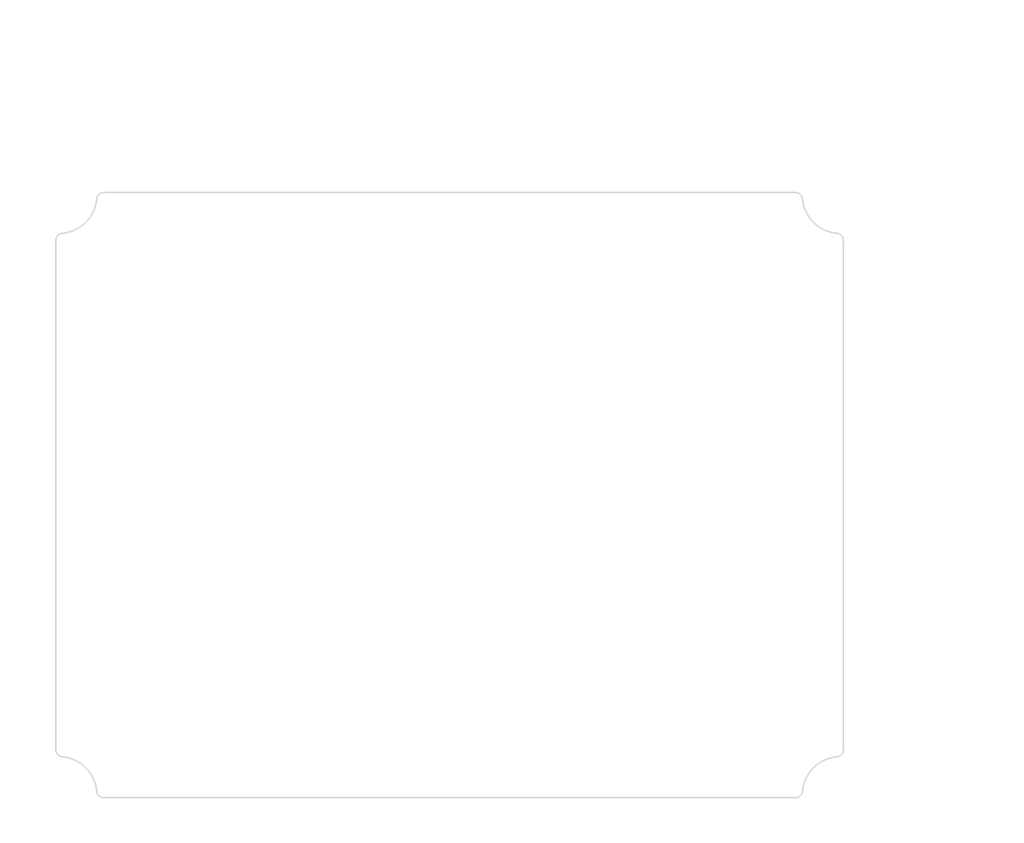
<source format=kicad_pcb>
(kicad_pcb (version 20171130) (host pcbnew "(5.1.0)-1")

  (general
    (thickness 1.6)
    (drawings 48)
    (tracks 0)
    (zones 0)
    (modules 0)
    (nets 1)
  )

  (page A4)
  (layers
    (0 F.Cu signal)
    (31 B.Cu signal)
    (32 B.Adhes user)
    (33 F.Adhes user)
    (34 B.Paste user)
    (35 F.Paste user)
    (36 B.SilkS user)
    (37 F.SilkS user)
    (38 B.Mask user)
    (39 F.Mask user)
    (40 Dwgs.User user)
    (41 Cmts.User user)
    (42 Eco1.User user)
    (43 Eco2.User user)
    (44 Edge.Cuts user)
    (45 Margin user)
    (46 B.CrtYd user)
    (47 F.CrtYd user)
    (48 B.Fab user)
    (49 F.Fab user)
  )

  (setup
    (last_trace_width 0.25)
    (trace_clearance 0.2)
    (zone_clearance 0.508)
    (zone_45_only no)
    (trace_min 0.2)
    (via_size 0.8)
    (via_drill 0.4)
    (via_min_size 0.4)
    (via_min_drill 0.3)
    (uvia_size 0.3)
    (uvia_drill 0.1)
    (uvias_allowed no)
    (uvia_min_size 0.2)
    (uvia_min_drill 0.1)
    (edge_width 0.05)
    (segment_width 0.2)
    (pcb_text_width 0.3)
    (pcb_text_size 1.5 1.5)
    (mod_edge_width 0.12)
    (mod_text_size 1 1)
    (mod_text_width 0.15)
    (pad_size 1.524 1.524)
    (pad_drill 0.762)
    (pad_to_mask_clearance 0.051)
    (solder_mask_min_width 0.25)
    (aux_axis_origin 0 0)
    (visible_elements FFFFFF7F)
    (pcbplotparams
      (layerselection 0x010fc_ffffffff)
      (usegerberextensions false)
      (usegerberattributes false)
      (usegerberadvancedattributes false)
      (creategerberjobfile false)
      (excludeedgelayer true)
      (linewidth 0.152400)
      (plotframeref false)
      (viasonmask false)
      (mode 1)
      (useauxorigin false)
      (hpglpennumber 1)
      (hpglpenspeed 20)
      (hpglpendiameter 15.000000)
      (psnegative false)
      (psa4output false)
      (plotreference true)
      (plotvalue true)
      (plotinvisibletext false)
      (padsonsilk false)
      (subtractmaskfromsilk false)
      (outputformat 1)
      (mirror false)
      (drillshape 1)
      (scaleselection 1)
      (outputdirectory ""))
  )

  (net 0 "")

  (net_class Default "This is the default net class."
    (clearance 0.2)
    (trace_width 0.25)
    (via_dia 0.8)
    (via_drill 0.4)
    (uvia_dia 0.3)
    (uvia_drill 0.1)
  )

  (gr_line (start 191.892968 57.851333) (end 95.004475 57.851333) (layer Edge.Cuts) (width 0.2))
  (gr_line (start 88.281333 64.574475) (end 88.281333 135.962967) (layer Edge.Cuts) (width 0.2))
  (gr_line (start 95.004475 142.68611) (end 191.892968 142.68611) (layer Edge.Cuts) (width 0.2))
  (gr_line (start 198.61611 135.962967) (end 198.61611 64.574475) (layer Edge.Cuts) (width 0.2))
  (gr_arc (start 88.698722 142.268721) (end 94.008717 141.778112) (angle -79.44244442) (layer Edge.Cuts) (width 0.2))
  (gr_arc (start 198.198722 142.268721) (end 197.708112 136.958726) (angle -79.44244442) (layer Edge.Cuts) (width 0.2))
  (gr_arc (start 198.198722 58.268721) (end 192.888727 58.759331) (angle -79.44244442) (layer Edge.Cuts) (width 0.2))
  (gr_arc (start 88.698722 58.268721) (end 89.189331 63.578716) (angle -79.44244442) (layer Edge.Cuts) (width 0.2))
  (gr_arc (start 95.004475 141.68611) (end 94.008717 141.778112) (angle -84.72122221) (layer Edge.Cuts) (width 0.2))
  (gr_arc (start 89.281333 135.962967) (end 88.281333 135.962967) (angle -84.72122221) (layer Edge.Cuts) (width 0.2))
  (gr_arc (start 191.892968 141.68611) (end 191.892968 142.68611) (angle -84.72122221) (layer Edge.Cuts) (width 0.2))
  (gr_arc (start 197.61611 135.962967) (end 197.708112 136.958726) (angle -84.72122221) (layer Edge.Cuts) (width 0.2))
  (gr_arc (start 197.61611 64.574475) (end 198.61611 64.574475) (angle -84.72122221) (layer Edge.Cuts) (width 0.2))
  (gr_arc (start 191.892968 58.851333) (end 192.888727 58.759331) (angle -84.72122221) (layer Edge.Cuts) (width 0.2))
  (gr_arc (start 95.004475 58.851333) (end 95.004475 57.851333) (angle -84.72122221) (layer Edge.Cuts) (width 0.2))
  (gr_arc (start 89.281333 64.574475) (end 89.189331 63.578716) (angle -84.72122221) (layer Edge.Cuts) (width 0.2))
  (gr_text [R0.21] (at 106.288301 135.113475) (layer Dwgs.User)
    (effects (font (size 1.7 1.53) (thickness 0.2125)))
  )
  (gr_text " R5.33" (at 106.288301 131.55546) (layer Dwgs.User)
    (effects (font (size 1.7 1.53) (thickness 0.2125)))
  )
  (gr_line (start 99.81753 133.224014) (end 94.38699 137.641542) (layer Dwgs.User) (width 0.2))
  (gr_line (start 101.81753 133.224014) (end 99.81753 133.224014) (layer Dwgs.User) (width 0.2))
  (gr_text [3.89] (at 143.448722 50.648792) (layer Dwgs.User)
    (effects (font (size 1.7 1.53) (thickness 0.2125)))
  )
  (gr_text " 98.88" (at 143.448722 47.091357) (layer Dwgs.User)
    (effects (font (size 1.7 1.53) (thickness 0.2125)))
  )
  (gr_line (start 96.008717 48.759331) (end 139.399472 48.759331) (layer Dwgs.User) (width 0.2))
  (gr_line (start 190.888727 48.759331) (end 147.497971 48.759331) (layer Dwgs.User) (width 0.2))
  (gr_line (start 94.008717 57.759331) (end 94.008717 45.584331) (layer Dwgs.User) (width 0.2))
  (gr_line (start 192.888727 57.759331) (end 192.888727 45.584331) (layer Dwgs.User) (width 0.2))
  (gr_text [2.89] (at 207.708112 102.158182) (layer Dwgs.User)
    (effects (font (size 1.7 1.53) (thickness 0.2125)))
  )
  (gr_text " 73.38" (at 207.708112 98.600167) (layer Dwgs.User)
    (effects (font (size 1.7 1.53) (thickness 0.2125)))
  )
  (gr_line (start 207.708112 65.578716) (end 207.708112 96.710706) (layer Dwgs.User) (width 0.2))
  (gr_line (start 207.708112 134.958726) (end 207.708112 103.826736) (layer Dwgs.User) (width 0.2))
  (gr_line (start 198.708112 63.578716) (end 210.883112 63.578716) (layer Dwgs.User) (width 0.2))
  (gr_line (start 198.708112 136.958726) (end 210.883112 136.958726) (layer Dwgs.User) (width 0.2))
  (gr_text [3.34] (at 219.892968 102.158182) (layer Dwgs.User)
    (effects (font (size 1.7 1.53) (thickness 0.2125)))
  )
  (gr_text " 84.83" (at 219.892968 98.600167) (layer Dwgs.User)
    (effects (font (size 1.7 1.53) (thickness 0.2125)))
  )
  (gr_line (start 219.892968 140.68611) (end 219.892968 103.826736) (layer Dwgs.User) (width 0.2))
  (gr_line (start 219.892968 59.851333) (end 219.892968 96.710706) (layer Dwgs.User) (width 0.2))
  (gr_line (start 192.892968 142.68611) (end 223.067968 142.68611) (layer Dwgs.User) (width 0.2))
  (gr_line (start 192.892968 57.851333) (end 223.067968 57.851333) (layer Dwgs.User) (width 0.2))
  (gr_text [4.34] (at 143.448722 36.040269) (layer Dwgs.User)
    (effects (font (size 1.7 1.53) (thickness 0.2125)))
  )
  (gr_text " 110.33" (at 143.448722 32.482254) (layer Dwgs.User)
    (effects (font (size 1.7 1.53) (thickness 0.2125)))
  )
  (gr_line (start 196.61611 34.150808) (end 148.156634 34.150808) (layer Dwgs.User) (width 0.2))
  (gr_line (start 90.281333 34.150808) (end 138.740809 34.150808) (layer Dwgs.User) (width 0.2))
  (gr_line (start 198.61611 63.574475) (end 198.61611 30.975808) (layer Dwgs.User) (width 0.2))
  (gr_line (start 88.281333 63.574475) (end 88.281333 30.975808) (layer Dwgs.User) (width 0.2))
  (gr_text [R0.04] (at 84.957772 147.713577) (layer Dwgs.User)
    (effects (font (size 1.7 1.53) (thickness 0.2125)))
  )
  (gr_text " R1.00" (at 84.957772 144.156141) (layer Dwgs.User)
    (effects (font (size 1.7 1.53) (thickness 0.2125)))
  )
  (gr_line (start 91.428543 145.824115) (end 93.061389 143.948701) (layer Dwgs.User) (width 0.2))
  (gr_line (start 89.428543 145.824115) (end 91.428543 145.824115) (layer Dwgs.User) (width 0.2))

)

</source>
